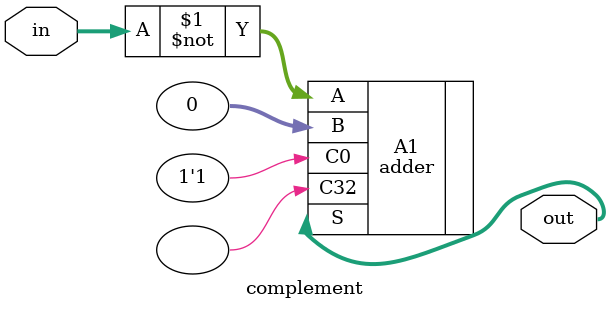
<source format=v>
`timescale 1ns / 1ps
module complement(input[31:0] in,output[31:0] out);

adder A1(.A(~in),.B(32'd0),.C0(1'd1),.S(out),.C32());

endmodule

</source>
